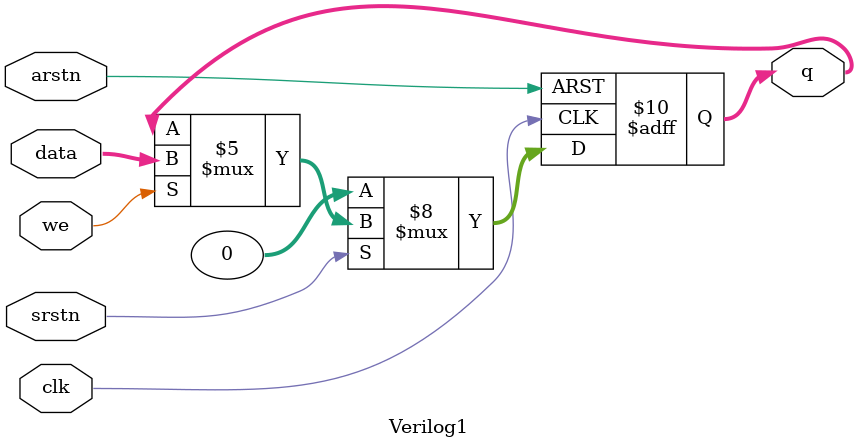
<source format=v>
`timescale 1ns/1ps
module Verilog1(clk, we, data, q, arstn, srstn);

input clk,we,arstn, srstn;
input [31:0] data;
output reg [31:0] q;

always @(posedge clk or negedge arstn) begin 
	if(!arstn) begin 
		q <= 32'b0;
	end else if(!srstn) begin 
		q <= 32'b0;
	end else if(we) begin
		q <= data;
	end else begin 
		q <= q;
	end 
end

endmodule 
</source>
